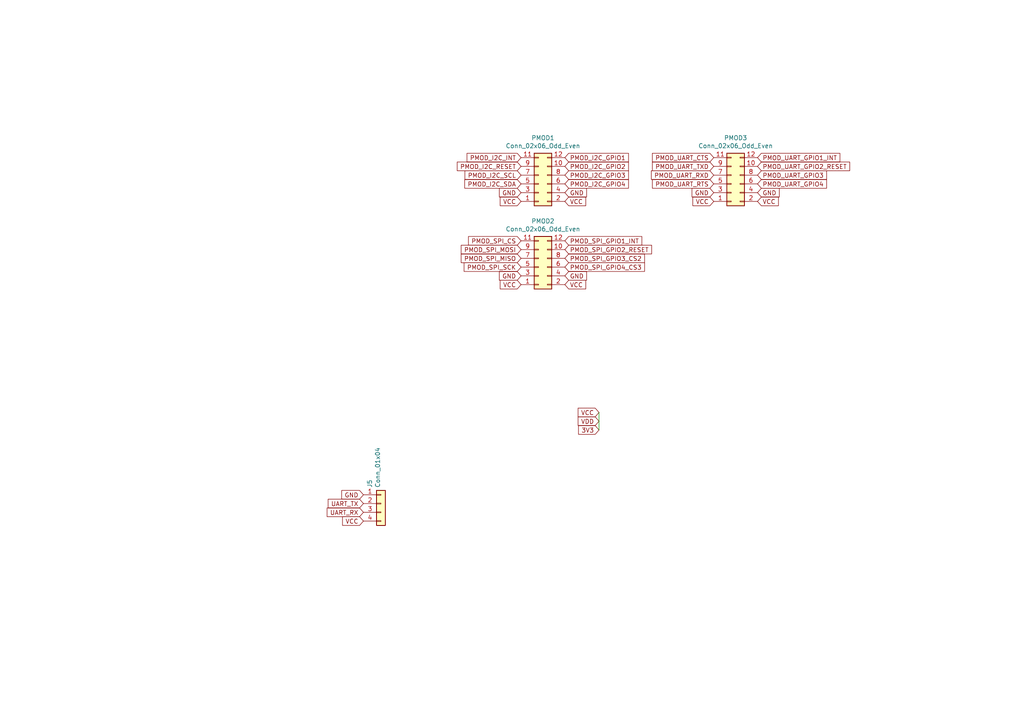
<source format=kicad_sch>
(kicad_sch (version 20211123) (generator eeschema)
  (paper "A4")
  (lib_symbols
    (symbol "Connector_Generic:Conn_01x04" (pin_names (offset 1.016) hide)
      (property "Reference" "J" (at 0 5.08 0))
      (property "Value" "Conn_01x04" (at 0 -7.62 0))
      (symbol "Conn_01x04_1_1"
        (rectangle (start -1.27 -4.953) (end 0 -5.207) (stroke (width 0.1524)))
        (rectangle (start -1.27 -2.413) (end 0 -2.667) (stroke (width 0.1524)))
        (rectangle (start -1.27 0.127) (end 0 -0.127) (stroke (width 0.1524)))
        (rectangle (start -1.27 2.667) (end 0 2.413) (stroke (width 0.1524)))
        (rectangle (start -1.27 3.81) (end 1.27 -6.35) (stroke (width 0.254)) (fill (type background)))
        (pin passive line (at -5.08 2.54 0) (length 3.81) (name "Pin_1") (number "1"))
        (pin passive line (at -5.08 0 0) (length 3.81) (name "Pin_2") (number "2"))
        (pin passive line (at -5.08 -2.54 0) (length 3.81) (name "Pin_3") (number "3"))
        (pin passive line (at -5.08 -5.08 0) (length 3.81) (name "Pin_4") (number "4"))
      )
    )
    (symbol "Connector_Generic:Conn_02x06_Odd_Even" (pin_names (offset 1.016) hide)
      (property "Reference" "J" (at 1.27 7.62 0))
      (property "Value" "Conn_02x06_Odd_Even" (at 1.27 -10.16 0))
      (symbol "Conn_02x06_Odd_Even_1_1"
        (rectangle (start -1.27 -7.493) (end 0 -7.747) (stroke (width 0.1524)))
        (rectangle (start -1.27 -4.953) (end 0 -5.207) (stroke (width 0.1524)))
        (rectangle (start -1.27 -2.413) (end 0 -2.667) (stroke (width 0.1524)))
        (rectangle (start -1.27 0.127) (end 0 -0.127) (stroke (width 0.1524)))
        (rectangle (start -1.27 2.667) (end 0 2.413) (stroke (width 0.1524)))
        (rectangle (start -1.27 5.207) (end 0 4.953) (stroke (width 0.1524)))
        (rectangle (start -1.27 6.35) (end 3.81 -8.89) (stroke (width 0.254)) (fill (type background)))
        (rectangle (start 3.81 -7.493) (end 2.54 -7.747) (stroke (width 0.1524)))
        (rectangle (start 3.81 -4.953) (end 2.54 -5.207) (stroke (width 0.1524)))
        (rectangle (start 3.81 -2.413) (end 2.54 -2.667) (stroke (width 0.1524)))
        (rectangle (start 3.81 0.127) (end 2.54 -0.127) (stroke (width 0.1524)))
        (rectangle (start 3.81 2.667) (end 2.54 2.413) (stroke (width 0.1524)))
        (rectangle (start 3.81 5.207) (end 2.54 4.953) (stroke (width 0.1524)))
        (pin passive line (at -5.08 5.08 0) (length 3.81) (name "Pin_1") (number "1"))
        (pin passive line (at 7.62 -5.08 180) (length 3.81) (name "Pin_10") (number "10"))
        (pin passive line (at -5.08 -7.62 0) (length 3.81) (name "Pin_11") (number "11"))
        (pin passive line (at 7.62 -7.62 180) (length 3.81) (name "Pin_12") (number "12"))
        (pin passive line (at 7.62 5.08 180) (length 3.81) (name "Pin_2") (number "2"))
        (pin passive line (at -5.08 2.54 0) (length 3.81) (name "Pin_3") (number "3"))
        (pin passive line (at 7.62 2.54 180) (length 3.81) (name "Pin_4") (number "4"))
        (pin passive line (at -5.08 0 0) (length 3.81) (name "Pin_5") (number "5"))
        (pin passive line (at 7.62 0 180) (length 3.81) (name "Pin_6") (number "6"))
        (pin passive line (at -5.08 -2.54 0) (length 3.81) (name "Pin_7") (number "7"))
        (pin passive line (at 7.62 -2.54 180) (length 3.81) (name "Pin_8") (number "8"))
        (pin passive line (at -5.08 -5.08 0) (length 3.81) (name "Pin_9") (number "9"))
      )
    )
  )
  (wire (pts (xy 173.736 119.634) (xy 173.736 124.714)))
  (global_label "PMOD_I2C_INT" (shape input) (at 151.13 45.72 180) (property "Intersheet-verwijzingen" "${INTERSHEET_REFS}" (effects hide)))
  (global_label "PMOD_UART_GPIO1_INT" (shape input) (at 219.71 45.72 0) (property "Intersheet-verwijzingen" "${INTERSHEET_REFS}" (effects hide)))
  (global_label "VCC" (shape input) (at 219.71 58.42 0) (property "Intersheet-verwijzingen" "${INTERSHEET_REFS}" (effects hide)))
  (global_label "GND" (shape input) (at 151.13 55.88 180) (property "Intersheet-verwijzingen" "${INTERSHEET_REFS}" (effects hide)))
  (global_label "GND" (shape input) (at 163.83 55.88 0) (property "Intersheet-verwijzingen" "${INTERSHEET_REFS}" (effects hide)))
  (global_label "PMOD_I2C_GPIO2" (shape input) (at 163.83 48.26 0) (property "Intersheet-verwijzingen" "${INTERSHEET_REFS}" (effects hide)))
  (global_label "PMOD_SPI_MISO" (shape input) (at 151.13 74.93 180) (property "Intersheet-verwijzingen" "${INTERSHEET_REFS}" (effects hide)))
  (global_label "PMOD_UART_RTS" (shape input) (at 207.01 53.34 180) (property "Intersheet-verwijzingen" "${INTERSHEET_REFS}" (effects hide)))
  (global_label "GND" (shape input) (at 151.13 80.01 180) (property "Intersheet-verwijzingen" "${INTERSHEET_REFS}" (effects hide)))
  (global_label "PMOD_I2C_GPIO3" (shape input) (at 163.83 50.8 0) (property "Intersheet-verwijzingen" "${INTERSHEET_REFS}" (effects hide)))
  (global_label "PMOD_I2C_GPIO1" (shape input) (at 163.83 45.72 0) (property "Intersheet-verwijzingen" "${INTERSHEET_REFS}" (effects hide)))
  (global_label "PMOD_SPI_GPIO3_CS2" (shape input) (at 163.83 74.93 0) (property "Intersheet-verwijzingen" "${INTERSHEET_REFS}" (effects hide)))
  (global_label "PMOD_SPI_CS" (shape input) (at 151.13 69.85 180) (property "Intersheet-verwijzingen" "${INTERSHEET_REFS}" (effects hide)))
  (global_label "PMOD_I2C_SCL" (shape input) (at 151.13 50.8 180) (property "Intersheet-verwijzingen" "${INTERSHEET_REFS}" (effects hide)))
  (global_label "3V3" (shape input) (at 173.736 124.714 180) (property "Intersheet-verwijzingen" "${INTERSHEET_REFS}" (effects hide)))
  (global_label "VCC" (shape input) (at 163.83 58.42 0) (property "Intersheet-verwijzingen" "${INTERSHEET_REFS}" (effects hide)))
  (global_label "PMOD_UART_TXD" (shape input) (at 207.01 48.26 180) (property "Intersheet-verwijzingen" "${INTERSHEET_REFS}" (effects hide)))
  (global_label "PMOD_UART_GPIO2_RESET" (shape input) (at 219.71 48.26 0) (property "Intersheet-verwijzingen" "${INTERSHEET_REFS}" (effects hide)))
  (global_label "PMOD_SPI_GPIO4_CS3" (shape input) (at 163.83 77.47 0) (property "Intersheet-verwijzingen" "${INTERSHEET_REFS}" (effects hide)))
  (global_label "GND" (shape input) (at 105.41 143.51 180) (property "Intersheet-verwijzingen" "${INTERSHEET_REFS}" (effects hide)))
  (global_label "GND" (shape input) (at 163.83 80.01 0) (property "Intersheet-verwijzingen" "${INTERSHEET_REFS}" (effects hide)))
  (global_label "UART_TX" (shape input) (at 105.41 146.05 180) (property "Intersheet-verwijzingen" "${INTERSHEET_REFS}" (effects hide)))
  (global_label "PMOD_UART_CTS" (shape input) (at 207.01 45.72 180) (property "Intersheet-verwijzingen" "${INTERSHEET_REFS}" (effects hide)))
  (global_label "PMOD_SPI_SCK" (shape input) (at 151.13 77.47 180) (property "Intersheet-verwijzingen" "${INTERSHEET_REFS}" (effects hide)))
  (global_label "VCC" (shape input) (at 163.83 82.55 0) (property "Intersheet-verwijzingen" "${INTERSHEET_REFS}" (effects hide)))
  (global_label "PMOD_I2C_SDA" (shape input) (at 151.13 53.34 180) (property "Intersheet-verwijzingen" "${INTERSHEET_REFS}" (effects hide)))
  (global_label "PMOD_SPI_MOSI" (shape input) (at 151.13 72.39 180) (property "Intersheet-verwijzingen" "${INTERSHEET_REFS}" (effects hide)))
  (global_label "PMOD_UART_RXD" (shape input) (at 207.01 50.8 180) (property "Intersheet-verwijzingen" "${INTERSHEET_REFS}" (effects hide)))
  (global_label "PMOD_I2C_GPIO4" (shape input) (at 163.83 53.34 0) (property "Intersheet-verwijzingen" "${INTERSHEET_REFS}" (effects hide)))
  (global_label "PMOD_I2C_RESET" (shape input) (at 151.13 48.26 180) (property "Intersheet-verwijzingen" "${INTERSHEET_REFS}" (effects hide)))
  (global_label "PMOD_SPI_GPIO2_RESET" (shape input) (at 163.83 72.39 0) (property "Intersheet-verwijzingen" "${INTERSHEET_REFS}" (effects hide)))
  (global_label "VDD" (shape input) (at 173.736 122.174 180) (property "Intersheet-verwijzingen" "${INTERSHEET_REFS}" (effects hide)))
  (global_label "GND" (shape input) (at 219.71 55.88 0) (property "Intersheet-verwijzingen" "${INTERSHEET_REFS}" (effects hide)))
  (global_label "PMOD_UART_GPIO4" (shape input) (at 219.71 53.34 0) (property "Intersheet-verwijzingen" "${INTERSHEET_REFS}" (effects hide)))
  (global_label "VCC" (shape input) (at 173.736 119.634 180) (property "Intersheet-verwijzingen" "${INTERSHEET_REFS}" (effects hide)))
  (global_label "VCC" (shape input) (at 151.13 82.55 180) (property "Intersheet-verwijzingen" "${INTERSHEET_REFS}" (effects hide)))
  (global_label "VCC" (shape input) (at 151.13 58.42 180) (property "Intersheet-verwijzingen" "${INTERSHEET_REFS}" (effects hide)))
  (global_label "UART_RX" (shape input) (at 105.41 148.59 180) (property "Intersheet-verwijzingen" "${INTERSHEET_REFS}" (effects hide)))
  (global_label "VCC" (shape input) (at 105.41 151.13 180) (property "Intersheet-verwijzingen" "${INTERSHEET_REFS}" (effects hide)))
  (global_label "GND" (shape input) (at 207.01 55.88 180) (property "Intersheet-verwijzingen" "${INTERSHEET_REFS}" (effects hide)))
  (global_label "PMOD_UART_GPIO3" (shape input) (at 219.71 50.8 0) (property "Intersheet-verwijzingen" "${INTERSHEET_REFS}" (effects hide)))
  (global_label "VCC" (shape input) (at 207.01 58.42 180) (property "Intersheet-verwijzingen" "${INTERSHEET_REFS}" (effects hide)))
  (global_label "PMOD_SPI_GPIO1_INT" (shape input) (at 163.83 69.85 0) (property "Intersheet-verwijzingen" "${INTERSHEET_REFS}" (effects hide)))
  (symbol (lib_id "Connector_Generic:Conn_02x06_Odd_Even") (at 156.21 77.47 0) (mirror x) (unit 1)
    (property "Reference" "PMOD2" (at 157.48 64.135 0))
    (property "Value" "Conn_02x06_Odd_Even" (at 157.48 66.4464 0))
    (property "Footprint" "Connector_PinSocket_2.54mm:PinSocket_2x06_P2.54mm_Horizontal" (effects hide))
  )
  (symbol (lib_id "Connector_Generic:Conn_02x06_Odd_Even") (at 212.09 53.34 0) (mirror x) (unit 1)
    (property "Reference" "PMOD3" (at 213.36 40.005 0))
    (property "Value" "Conn_02x06_Odd_Even" (at 213.36 42.3164 0))
    (property "Footprint" "Connector_PinSocket_2.54mm:PinSocket_2x06_P2.54mm_Horizontal" (effects hide))
  )
  (symbol (lib_id "Connector_Generic:Conn_02x06_Odd_Even") (at 156.21 53.34 0) (mirror x) (unit 1)
    (property "Reference" "PMOD1" (at 157.48 40.005 0))
    (property "Value" "Conn_02x06_Odd_Even" (at 157.48 42.3164 0))
    (property "Footprint" "Connector_PinSocket_2.54mm:PinSocket_2x06_P2.54mm_Horizontal" (effects hide))
  )
  (symbol (lib_id "Connector_Generic:Conn_01x04") (at 110.49 146.05 0) (unit 1)
    (property "Reference" "J5" (at 107.2388 141.478 90) (effects (justify left)))
    (property "Value" "Conn_01x04" (at 109.5502 141.478 90) (effects (justify left)))
    (property "Footprint" "Connector_PinHeader_2.54mm:PinHeader_1x04_P2.54mm_Vertical" (effects hide))
  )
)
</source>
